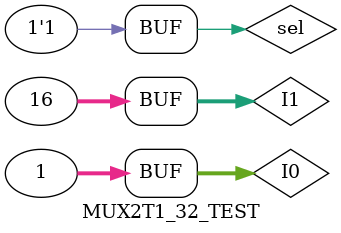
<source format=v>
`timescale 1ns / 1ps


module MUX2T1_32_TEST;

	// Inputs
	reg [31:0] I0;
	reg [31:0] I1;
	reg sel;

	// Outputs
	wire [31:0] o;

	// Instantiate the Unit Under Test (UUT)
	MUX2T1_32 uut (
		.I0(I0), 
		.I1(I1), 
		.sel(sel), 
		.o(o)
	);

	initial begin
		// Initialize Inputs
		I0 = 0;
		I1 = 0;
		sel = 0;

		// Wait 100 ns for global reset to finish
		#100;
      I0 = 1;
		I1 = 16;
		#100;
		sel = 1;
		// Add stimulus here

	end
      
endmodule


</source>
